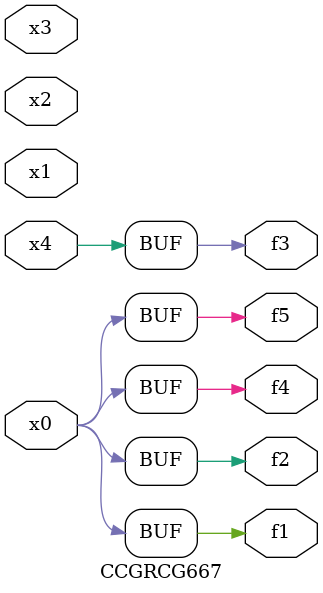
<source format=v>
module CCGRCG667(
	input x0, x1, x2, x3, x4,
	output f1, f2, f3, f4, f5
);
	assign f1 = x0;
	assign f2 = x0;
	assign f3 = x4;
	assign f4 = x0;
	assign f5 = x0;
endmodule

</source>
